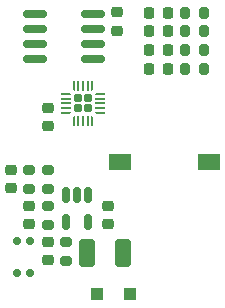
<source format=gtp>
G04 #@! TF.GenerationSoftware,KiCad,Pcbnew,7.0.2*
G04 #@! TF.CreationDate,2023-05-27T23:51:10-07:00*
G04 #@! TF.ProjectId,meeseeks-sao,6d656573-6565-46b7-932d-73616f2e6b69,rev?*
G04 #@! TF.SameCoordinates,Original*
G04 #@! TF.FileFunction,Paste,Top*
G04 #@! TF.FilePolarity,Positive*
%FSLAX46Y46*%
G04 Gerber Fmt 4.6, Leading zero omitted, Abs format (unit mm)*
G04 Created by KiCad (PCBNEW 7.0.2) date 2023-05-27 23:51:10*
%MOMM*%
%LPD*%
G01*
G04 APERTURE LIST*
G04 Aperture macros list*
%AMRoundRect*
0 Rectangle with rounded corners*
0 $1 Rounding radius*
0 $2 $3 $4 $5 $6 $7 $8 $9 X,Y pos of 4 corners*
0 Add a 4 corners polygon primitive as box body*
4,1,4,$2,$3,$4,$5,$6,$7,$8,$9,$2,$3,0*
0 Add four circle primitives for the rounded corners*
1,1,$1+$1,$2,$3*
1,1,$1+$1,$4,$5*
1,1,$1+$1,$6,$7*
1,1,$1+$1,$8,$9*
0 Add four rect primitives between the rounded corners*
20,1,$1+$1,$2,$3,$4,$5,0*
20,1,$1+$1,$4,$5,$6,$7,0*
20,1,$1+$1,$6,$7,$8,$9,0*
20,1,$1+$1,$8,$9,$2,$3,0*%
%AMFreePoly0*
4,1,14,0.334644,0.085355,0.385355,0.034644,0.400000,-0.000711,0.400000,-0.050000,0.385355,-0.085355,0.350000,-0.100000,-0.350000,-0.100000,-0.385355,-0.085355,-0.400000,-0.050000,-0.400000,0.050000,-0.385355,0.085355,-0.350000,0.100000,0.299289,0.100000,0.334644,0.085355,0.334644,0.085355,$1*%
%AMFreePoly1*
4,1,14,0.385355,0.085355,0.400000,0.050000,0.400000,0.000711,0.385355,-0.034644,0.334644,-0.085355,0.299289,-0.100000,-0.350000,-0.100000,-0.385355,-0.085355,-0.400000,-0.050000,-0.400000,0.050000,-0.385355,0.085355,-0.350000,0.100000,0.350000,0.100000,0.385355,0.085355,0.385355,0.085355,$1*%
%AMFreePoly2*
4,1,14,0.085355,0.385355,0.100000,0.350000,0.100000,-0.350000,0.085355,-0.385355,0.050000,-0.400000,-0.050000,-0.400000,-0.085355,-0.385355,-0.100000,-0.350000,-0.100000,0.299289,-0.085355,0.334644,-0.034644,0.385355,0.000711,0.400000,0.050000,0.400000,0.085355,0.385355,0.085355,0.385355,$1*%
%AMFreePoly3*
4,1,14,0.034644,0.385355,0.085355,0.334644,0.100000,0.299289,0.100000,-0.350000,0.085355,-0.385355,0.050000,-0.400000,-0.050000,-0.400000,-0.085355,-0.385355,-0.100000,-0.350000,-0.100000,0.350000,-0.085355,0.385355,-0.050000,0.400000,-0.000711,0.400000,0.034644,0.385355,0.034644,0.385355,$1*%
%AMFreePoly4*
4,1,14,0.385355,0.085355,0.400000,0.050000,0.400000,-0.050000,0.385355,-0.085355,0.350000,-0.100000,-0.299289,-0.100000,-0.334644,-0.085355,-0.385355,-0.034644,-0.400000,0.000711,-0.400000,0.050000,-0.385355,0.085355,-0.350000,0.100000,0.350000,0.100000,0.385355,0.085355,0.385355,0.085355,$1*%
%AMFreePoly5*
4,1,14,0.385355,0.085355,0.400000,0.050000,0.400000,-0.050000,0.385355,-0.085355,0.350000,-0.100000,-0.350000,-0.100000,-0.385355,-0.085355,-0.400000,-0.050000,-0.400000,-0.000711,-0.385355,0.034644,-0.334644,0.085355,-0.299289,0.100000,0.350000,0.100000,0.385355,0.085355,0.385355,0.085355,$1*%
%AMFreePoly6*
4,1,14,0.085355,0.385355,0.100000,0.350000,0.100000,-0.299289,0.085355,-0.334644,0.034644,-0.385355,-0.000711,-0.400000,-0.050000,-0.400000,-0.085355,-0.385355,-0.100000,-0.350000,-0.100000,0.350000,-0.085355,0.385355,-0.050000,0.400000,0.050000,0.400000,0.085355,0.385355,0.085355,0.385355,$1*%
%AMFreePoly7*
4,1,14,0.085355,0.385355,0.100000,0.350000,0.100000,-0.350000,0.085355,-0.385355,0.050000,-0.400000,0.000711,-0.400000,-0.034644,-0.385355,-0.085355,-0.334644,-0.100000,-0.299289,-0.100000,0.350000,-0.085355,0.385355,-0.050000,0.400000,0.050000,0.400000,0.085355,0.385355,0.085355,0.385355,$1*%
G04 Aperture macros list end*
%ADD10RoundRect,0.250000X0.300000X0.300000X-0.300000X0.300000X-0.300000X-0.300000X0.300000X-0.300000X0*%
%ADD11C,0.700000*%
%ADD12RoundRect,0.150000X-0.150000X0.512500X-0.150000X-0.512500X0.150000X-0.512500X0.150000X0.512500X0*%
%ADD13RoundRect,0.150000X-0.825000X-0.150000X0.825000X-0.150000X0.825000X0.150000X-0.825000X0.150000X0*%
%ADD14RoundRect,0.172500X-0.172500X-0.172500X0.172500X-0.172500X0.172500X0.172500X-0.172500X0.172500X0*%
%ADD15FreePoly0,0.000000*%
%ADD16RoundRect,0.050000X-0.350000X-0.050000X0.350000X-0.050000X0.350000X0.050000X-0.350000X0.050000X0*%
%ADD17FreePoly1,0.000000*%
%ADD18FreePoly2,0.000000*%
%ADD19RoundRect,0.050000X-0.050000X-0.350000X0.050000X-0.350000X0.050000X0.350000X-0.050000X0.350000X0*%
%ADD20FreePoly3,0.000000*%
%ADD21FreePoly4,0.000000*%
%ADD22FreePoly5,0.000000*%
%ADD23FreePoly6,0.000000*%
%ADD24FreePoly7,0.000000*%
%ADD25R,1.900000X1.400000*%
%ADD26RoundRect,0.200000X-0.200000X-0.275000X0.200000X-0.275000X0.200000X0.275000X-0.200000X0.275000X0*%
%ADD27RoundRect,0.200000X0.275000X-0.200000X0.275000X0.200000X-0.275000X0.200000X-0.275000X-0.200000X0*%
%ADD28RoundRect,0.200000X-0.275000X0.200000X-0.275000X-0.200000X0.275000X-0.200000X0.275000X0.200000X0*%
%ADD29RoundRect,0.218750X0.218750X0.256250X-0.218750X0.256250X-0.218750X-0.256250X0.218750X-0.256250X0*%
%ADD30RoundRect,0.225000X-0.250000X0.225000X-0.250000X-0.225000X0.250000X-0.225000X0.250000X0.225000X0*%
%ADD31RoundRect,0.250000X-0.412500X-0.925000X0.412500X-0.925000X0.412500X0.925000X-0.412500X0.925000X0*%
%ADD32RoundRect,0.225000X0.250000X-0.225000X0.250000X0.225000X-0.250000X0.225000X-0.250000X-0.225000X0*%
G04 APERTURE END LIST*
D10*
X152800000Y-83200000D03*
X150000000Y-83200000D03*
D11*
X143250499Y-78699501D03*
X143250499Y-81399501D03*
X144350499Y-81399501D03*
X144350499Y-78699501D03*
D12*
X149250499Y-74812001D03*
X148300499Y-74812001D03*
X147350499Y-74812001D03*
X147350499Y-77087001D03*
X149250499Y-77087001D03*
D13*
X149675499Y-59444501D03*
X149675499Y-60714501D03*
X149675499Y-61984501D03*
X149675499Y-63254501D03*
X144725499Y-63254501D03*
X144725499Y-61984501D03*
X144725499Y-60714501D03*
X144725499Y-59444501D03*
D14*
X149225499Y-67474501D03*
X148375499Y-66624501D03*
X148375499Y-67474501D03*
X149225499Y-66624501D03*
D15*
X147350499Y-66249501D03*
D16*
X147350499Y-66649501D03*
X147350499Y-67049501D03*
X147350499Y-67449501D03*
D17*
X147350499Y-67849501D03*
D18*
X148000499Y-68499501D03*
D19*
X148400499Y-68499501D03*
X148800499Y-68499501D03*
X149200499Y-68499501D03*
D20*
X149600499Y-68499501D03*
D21*
X150250499Y-67849501D03*
D16*
X150250499Y-67449501D03*
X150250499Y-67049501D03*
X150250499Y-66649501D03*
D22*
X150250499Y-66249501D03*
D23*
X149600499Y-65599501D03*
D19*
X149200499Y-65599501D03*
X148800499Y-65599501D03*
X148400499Y-65599501D03*
D24*
X148000499Y-65599501D03*
D25*
X151950499Y-71999501D03*
X159450499Y-71999501D03*
D26*
X157400499Y-59399501D03*
X159050499Y-59399501D03*
X157400499Y-60949501D03*
X159050499Y-60949501D03*
X157400499Y-62499501D03*
X159050499Y-62499501D03*
X157400499Y-64099501D03*
X159050499Y-64099501D03*
D27*
X145800499Y-75699501D03*
X145800499Y-77349501D03*
X147350499Y-78749501D03*
X147350499Y-80399501D03*
X144250499Y-74299501D03*
X144250499Y-72649501D03*
D28*
X145800499Y-72649501D03*
X145800499Y-74299501D03*
D29*
X155962999Y-59399501D03*
X154387999Y-59399501D03*
X155962999Y-60949501D03*
X154387999Y-60949501D03*
X155962999Y-62499501D03*
X154387999Y-62499501D03*
X155962999Y-64099501D03*
X154387999Y-64099501D03*
D30*
X145800499Y-67449501D03*
X145800499Y-68999501D03*
X151700499Y-59349501D03*
X151700499Y-60899501D03*
D31*
X149112999Y-79749501D03*
X152187999Y-79749501D03*
D32*
X150900499Y-77299501D03*
X150900499Y-75749501D03*
X144250499Y-77299501D03*
X144250499Y-75749501D03*
D30*
X145800499Y-80349501D03*
X145800499Y-78799501D03*
D32*
X142700499Y-74249501D03*
X142700499Y-72699501D03*
M02*

</source>
